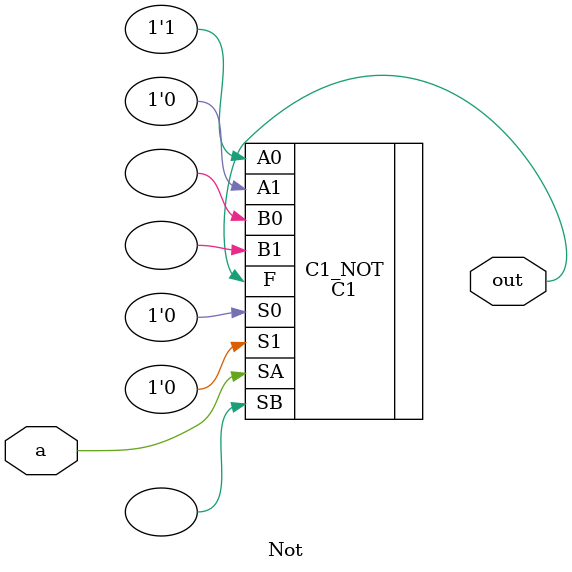
<source format=v>
module Not(a,out);
    input a;
    output out;
    C1 C1_NOT(.A0(1'b1),.A1(1'b0),.SA(a),.B0(),.B1(),.SB(),.S0(1'b0),.S1(1'b0),.F(out));
endmodule
</source>
